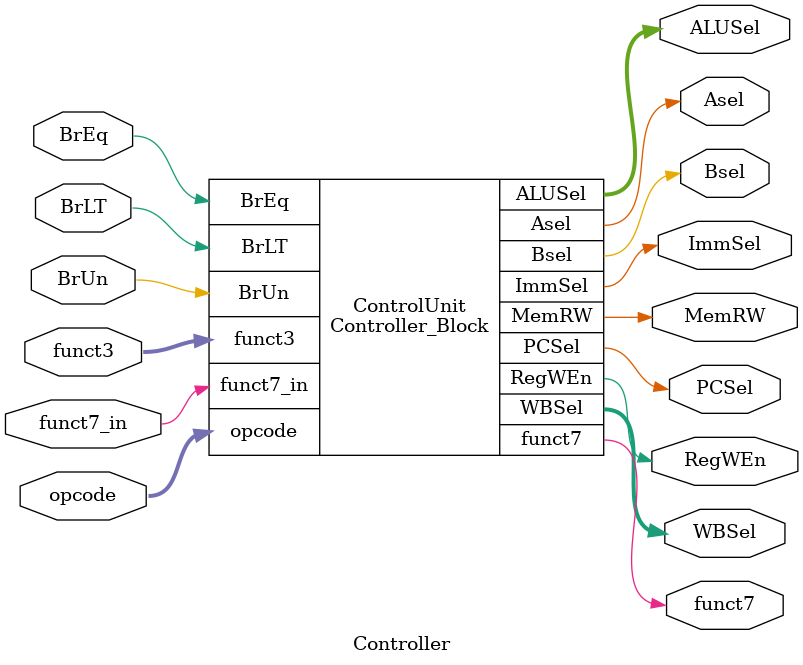
<source format=sv>
`timescale 1ns/1ps

module Controller_Block (
    input logic [6:0] opcode,
    input logic [2:0] funct3,
    input logic BrEq, BrLT, BrUn,
    input logic funct7_in, 
    output logic PCSel, ImmSel, RegWEn, Asel, Bsel, MemRW,
    output logic [2:0] ALUSel,
    output logic [1:0] WBSel,
    output logic funct7 // Chuyển thành logic
);
    always @(*) begin
        // Reset all outputs to default values
        PCSel = 1'b0;
        RegWEn = 1'b0;
        Asel = 1'b0;
        Bsel = 1'b0;
        ImmSel = 1'b0;
        ALUSel = 3'b000;
        MemRW = 1'b0;
        WBSel = 2'b01;
        funct7 = 1'b0; // Chuyển thành logic

        case (opcode)
            7'b0110011: begin // R-type
                PCSel = 1'b0;
                RegWEn = 1'b1;
                Asel = 1'b0;
                Bsel = 1'b0;
                ImmSel = 1'bx; // Don't care
                ALUSel = funct3;
                funct7 = funct7_in; // Sử dụng logic
                MemRW = 1'b0;
                WBSel = 2'b01; // R-type write-back selection
            end

            7'b0010011: begin // I-type
                PCSel = 1'b0;
                RegWEn = 1'b1;
                Asel = 1'b0;
                Bsel = 1'b1;
                ImmSel = 1'b0;
                ALUSel = funct3;
                funct7 = funct7_in; // Sử dụng logic
                MemRW = 1'b0;
                WBSel = 2'b01; // I-type write-back selection
            end

            7'b0000011: begin // LW
                PCSel = 1'b0;
                RegWEn = 1'b1;
                Asel = 1'b0;
                Bsel = 1'b1;
                ImmSel = (funct3[2] == 1) ? 1'b1 : 1'b0;  // dùng cho các lệnh unsign
                ALUSel = 3'b000;
                funct7 = 1'b0; // Sử dụng logic
                MemRW = 1'b0;
                WBSel = 2'b00; // LW write-back selection
            end

            7'b0100011: begin // SW
                PCSel = 1'b0;
                RegWEn = 1'b0;
                Asel = 1'b0;
                Bsel = 1'b1;
                ImmSel = (funct3[2] == 1) ? 1'b1 : 1'b0;
                ALUSel = 3'b000;
                MemRW = 1'b1;
                funct7 = 1'b0; // Sử dụng logic
                WBSel = 2'bxx; // No write-back
            end

            7'b1100011: begin // B-format
                case (funct3)
                    3'b000: PCSel = BrEq;
                    3'b001: PCSel = ~BrEq;
                    3'b100: PCSel = BrLT;
                    3'b101: PCSel = (BrUn == 1) ? 1'b1 : BrEq;
                    default: PCSel = 1'b0;
                endcase
                RegWEn = 1'b0;
                Asel = 1'b1;
                Bsel = 1'b1;
                ImmSel = (funct3[2:1] == 2'b11) ? 1'b1 : 1'b0;
                ALUSel = 3'b000;
                funct7 = 1'b0; // Sử dụng logic
                MemRW = 1'b0;
                WBSel = 2'bxx; // No write-back
            end

            7'b1101111: begin // JAL
                // Set your control signals for JAL
            end

            7'b0110111: begin // LUI
                // Set your control signals for LUI
            end

            default: begin
                // Default case: all control signals are already reset to zero above
            end
        endcase
    end
endmodule

module Controller (
    input logic [6:0] opcode,
    input logic [2:0] funct3,
    input logic BrEq, BrLT, BrUn,
    input logic funct7_in, 
    output logic PCSel, ImmSel, RegWEn, Asel, Bsel, MemRW,
    output logic [2:0] ALUSel,
    output logic [1:0] WBSel,
    output logic funct7
);
    Controller_Block ControlUnit (
        .opcode(opcode),
        .funct3(funct3),
        .BrEq(BrEq),
        .BrLT(BrLT),
        .BrUn(BrUn),
        .funct7_in(funct7_in),
        .PCSel(PCSel),
        .ImmSel(ImmSel),
        .RegWEn(RegWEn),
        .Asel(Asel),
        .Bsel(Bsel),
        .MemRW(MemRW),
        .ALUSel(ALUSel),
        .funct7(funct7),
        .WBSel(WBSel)
    );
endmodule

</source>
